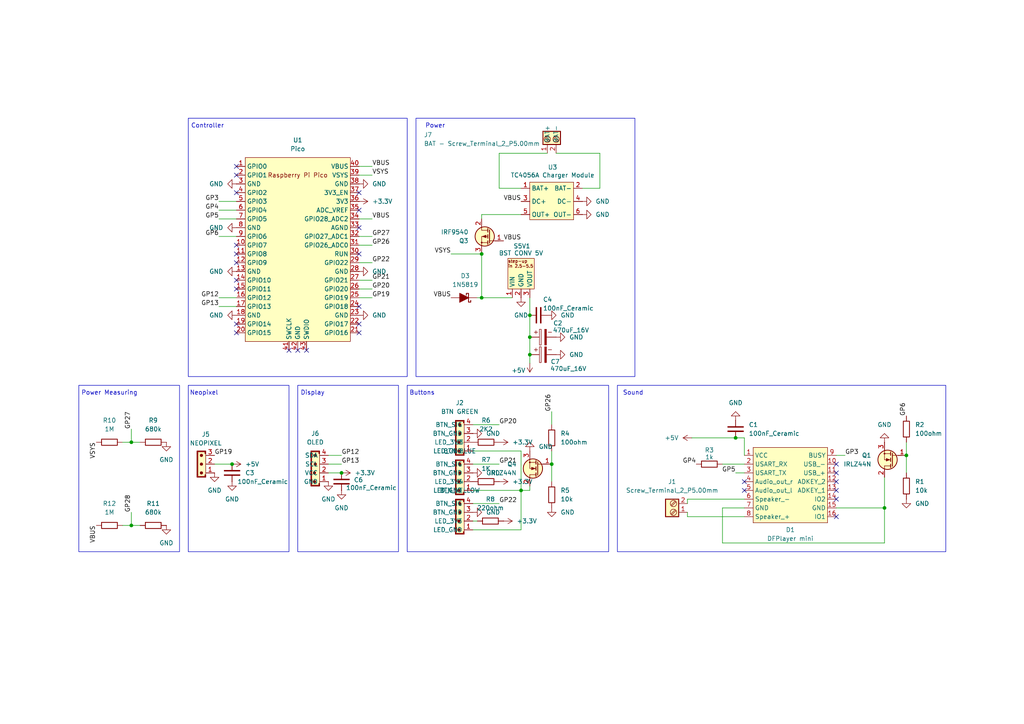
<source format=kicad_sch>
(kicad_sch (version 20250114) (generator "eeschema") (generator_version "9.0")
  (paper "A4")
  (lib_symbols
    (symbol "JST_04_1"
      (property "Reference" "J6" (at 0 -10.16 0))
      (property "Value" "JST_04" (at 0 -7.62 0))
      (symbol "JST_04_1_0_1"
        (rectangle (start -1.27 5.334) (end 1.27 -4.826) (fill (type background)))
        (polyline (pts (xy -1.27 -4.064) (xy -1.27 -4.826) (xy 1.27 -4.826) (xy 1.27 -4.064) (xy 1.016 -4.064) (xy 1.016 -4.572) (xy -1.016 -4.572) (xy -1.016 -4.064) (xy -1.27 -4.064)) (fill (type outline)))
        (circle (center 0 -1.016) (radius 0.381) (fill (type outline)))
        (circle (center 0 -3.556) (radius 0.381) (fill (type outline)))
        (circle (center 0.254 4.064) (radius 0.381) (fill (type outline)))
        (circle (center 0.254 1.524) (radius 0.381) (fill (type outline)))
        (rectangle (start 1.016 4.572) (end 1.27 -4.064) (fill (type outline)))
        (polyline (pts (xy 1.27 4.572) (xy 1.27 5.334) (xy -1.27 5.334) (xy -1.27 4.572) (xy -1.016 4.572) (xy -1.016 5.08) (xy 1.016 5.08) (xy 1.016 4.572) (xy 1.27 4.572)) (fill (type outline)))
      )
      (symbol "JST_04_1_1_1"
        (pin passive line (at -3.81 4.064 0) (length 2.54) (name "GND") (number "1"))
        (pin passive line (at -3.81 1.524 0) (length 2.54) (name "VCC") (number "2"))
        (pin passive line (at -3.81 -1.016 0) (length 2.54) (name "SCL") (number "3"))
        (pin passive line (at -3.81 -3.556 0) (length 2.54) (name "SDA") (number "4"))
      )
    )
    (symbol "JST_04_2"
      (property "Reference" "J2" (at 0 -9.906 0))
      (property "Value" "JST_04" (at 0 -7.366 0))
      (symbol "JST_04_2_0_1"
        (rectangle (start -1.27 5.334) (end 1.27 -4.826) (fill (type background)))
        (polyline (pts (xy -1.27 -4.064) (xy -1.27 -4.826) (xy 1.27 -4.826) (xy 1.27 -4.064) (xy 1.016 -4.064) (xy 1.016 -4.572) (xy -1.016 -4.572) (xy -1.016 -4.064) (xy -1.27 -4.064)) (fill (type outline)))
        (circle (center 0 -1.016) (radius 0.381) (fill (type outline)))
        (circle (center 0 -3.556) (radius 0.381) (fill (type outline)))
        (circle (center 0.254 4.064) (radius 0.381) (fill (type outline)))
        (circle (center 0.254 1.524) (radius 0.381) (fill (type outline)))
        (rectangle (start 1.016 4.572) (end 1.27 -4.064) (fill (type outline)))
        (polyline (pts (xy 1.27 4.572) (xy 1.27 5.334) (xy -1.27 5.334) (xy -1.27 4.572) (xy -1.016 4.572) (xy -1.016 5.08) (xy 1.016 5.08) (xy 1.016 4.572) (xy 1.27 4.572)) (fill (type outline)))
      )
      (symbol "JST_04_2_1_1"
        (pin passive line (at -3.81 4.064 0) (length 2.54) (name "LED_GND") (number "1"))
        (pin passive line (at -3.81 1.524 0) (length 2.54) (name "LED_3V3") (number "2"))
        (pin passive line (at -3.81 -1.016 0) (length 2.54) (name "BTN_GND") (number "3"))
        (pin passive line (at -3.81 -3.556 0) (length 2.54) (name "BTN_SIG") (number "4"))
      )
    )
    (symbol "PCM_Diode_Schottky_AKL:1N5819" (pin_numbers (hide yes)) (pin_names (offset 1.016) (hide yes))
      (property "Reference" "D" (at 0 5.08 0))
      (property "Value" "1N5819" (at 0 2.54 0))
      (symbol "1N5819_0_1"
        (polyline (pts (xy -1.27 0) (xy 1.27 0)))
        (polyline (pts (xy -1.27 -1.27) (xy -1.27 1.27) (xy 1.27 0) (xy -1.27 -1.27)) (stroke (width 0.254)) (fill (type outline)))
        (polyline (pts (xy 1.905 -0.762) (xy 1.905 -1.27) (xy 1.27 -1.27) (xy 1.27 1.27) (xy 0.635 1.27) (xy 0.635 0.762)) (stroke (width 0.254)))
      )
      (symbol "1N5819_0_2"
        (polyline (pts (xy -2.54 -2.54) (xy 2.54 2.54)))
        (polyline (pts (xy -0.889 -0.889) (xy -1.778 0) (xy 0.889 0.889) (xy 0 -1.778) (xy -0.889 -0.889)) (stroke (width 0.254)) (fill (type outline)))
        (polyline (pts (xy 0 1.778) (xy 1.778 0)) (stroke (width 0.254)))
        (polyline (pts (xy 0 1.778) (xy -0.381 1.397) (xy 0 1.016)) (stroke (width 0.254)))
        (polyline (pts (xy 1.778 0) (xy 2.159 0.381) (xy 1.778 0.762)) (stroke (width 0.254)))
      )
      (symbol "1N5819_1_1"
        (pin passive line (at -3.81 0 0) (length 2.54) (name "A") (number "2"))
        (pin passive line (at 3.81 0 180) (length 2.54) (name "K") (number "1"))
      )
      (symbol "1N5819_1_2"
        (pin passive line (at -2.54 -2.54 0) (length 0) (name "A") (number "2"))
        (pin passive line (at 2.54 2.54 180) (length 0) (name "K") (number "1"))
      )
    )
    (symbol "PCM_SL_Capacitors:100nF_Ceramic"
      (property "Reference" "C" (at 0 6.35 0))
      (property "Value" "100nF_Ceramic" (at 0 3.81 0))
      (symbol "100nF_Ceramic_0_1"
        (rectangle (start -0.762 2.286) (end -0.508 -2.286) (fill (type outline)))
        (rectangle (start 0.508 2.286) (end 0.762 -2.286) (fill (type outline)))
      )
      (symbol "100nF_Ceramic_1_1"
        (pin passive line (at -2.54 0 0) (length 2) (name "~") (number "1"))
        (pin input line (at 2.54 0 180) (length 2) (name "~") (number "2"))
      )
    )
    (symbol "PCM_SL_Capacitors:470uF_16V"
      (property "Reference" "C" (at 0 7.62 0))
      (property "Value" "470uF_16V" (at 0 5.08 0))
      (symbol "470uF_16V_0_0"
        (text "+" (at -2.032 1.524 0) (effects (font (size 1.27 1.27))))
        (text "-" (at 2.032 1.524 0) (effects (font (size 1.27 1.27))))
      )
      (symbol "470uF_16V_0_1"
        (rectangle (start -1.016 -2.286) (end -0.508 2.286))
        (rectangle (start 0.508 -2.286) (end 1.016 2.286) (fill (type outline)))
      )
      (symbol "470uF_16V_1_1"
        (pin passive line (at -3.81 0 0) (length 2.7) (name "~") (number "1"))
        (pin input line (at 3.81 0 180) (length 2.7) (name "~") (number "2"))
      )
    )
    (symbol "PCM_SL_Connectors:JST_03"
      (property "Reference" "J" (at 0 8.89 0))
      (property "Value" "JST_03" (at 0 6.35 0))
      (symbol "JST_03_0_1"
        (rectangle (start -1.27 3.81) (end 1.27 -3.81) (fill (type background)))
        (polyline (pts (xy -1.27 -3.048) (xy -1.27 -3.81) (xy 1.27 -3.81) (xy 1.27 -3.048) (xy 1.016 -3.048) (xy 1.016 -3.556) (xy -1.016 -3.556) (xy -1.016 -3.048) (xy -1.27 -3.048)) (fill (type outline)))
        (circle (center 0 2.54) (radius 0.381) (fill (type outline)))
        (circle (center 0 0) (radius 0.381) (fill (type outline)))
        (circle (center 0 -2.54) (radius 0.381) (fill (type outline)))
        (rectangle (start 1.016 3.048) (end 1.27 -3.048) (fill (type outline)))
        (polyline (pts (xy 1.27 3.048) (xy 1.27 3.81) (xy -1.27 3.81) (xy -1.27 3.048) (xy -1.016 3.048) (xy -1.016 3.556) (xy 1.016 3.556) (xy 1.016 3.048) (xy 1.27 3.048)) (fill (type outline)))
      )
      (symbol "JST_03_1_1"
        (pin passive line (at -3.81 2.54 0) (length 2.54) (name "") (number "1"))
        (pin passive line (at -3.81 0 0) (length 2.54) (name "") (number "2"))
        (pin passive line (at -3.81 -2.54 0) (length 2.54) (name "") (number "3"))
      )
    )
    (symbol "PCM_SL_Resistors:100ohm"
      (property "Reference" "R" (at 0 5.08 0))
      (property "Value" "100ohm" (at 0 2.54 0))
      (symbol "100ohm_0_1"
        (rectangle (start -2.286 0.889) (end 2.286 -0.889) (stroke (width 0.24)))
      )
      (symbol "100ohm_1_1"
        (pin passive line (at -3.81 0 0) (length 1.5) (name "") (number "1"))
        (pin passive line (at 3.81 0 180) (length 1.5) (name "~") (number "2"))
      )
    )
    (symbol "PCM_SL_Resistors:10k"
      (property "Reference" "R" (at 0 5.08 0))
      (property "Value" "10k" (at 0 2.54 0))
      (symbol "10k_0_1"
        (rectangle (start -2.286 0.889) (end 2.286 -0.889) (stroke (width 0.24)))
      )
      (symbol "10k_1_1"
        (pin passive line (at -3.81 0 0) (length 1.5) (name "") (number "1"))
        (pin passive line (at 3.81 0 180) (length 1.5) (name "~") (number "2"))
      )
    )
    (symbol "PCM_SL_Resistors:1M"
      (property "Reference" "R" (at 0 5.08 0))
      (property "Value" "1M" (at 0 2.54 0))
      (symbol "1M_0_1"
        (rectangle (start -2.286 0.889) (end 2.286 -0.889) (stroke (width 0.24)))
      )
      (symbol "1M_1_1"
        (pin passive line (at -3.81 0 0) (length 1.5) (name "") (number "1"))
        (pin passive line (at 3.81 0 180) (length 1.5) (name "~") (number "2"))
      )
    )
    (symbol "PCM_SL_Resistors:1k"
      (property "Reference" "R" (at 0 5.08 0))
      (property "Value" "1k" (at 0 2.54 0))
      (symbol "1k_0_1"
        (rectangle (start -2.286 0.889) (end 2.286 -0.889) (stroke (width 0.24)))
      )
      (symbol "1k_1_1"
        (pin passive line (at -3.81 0 0) (length 1.5) (name "") (number "1"))
        (pin passive line (at 3.81 0 180) (length 1.5) (name "~") (number "2"))
      )
    )
    (symbol "PCM_SL_Resistors:330ohm"
      (property "Reference" "R" (at 0 5.08 0))
      (property "Value" "330ohm" (at 0 2.54 0))
      (symbol "330ohm_0_1"
        (rectangle (start -2.286 0.889) (end 2.286 -0.889) (stroke (width 0.24)))
      )
      (symbol "330ohm_1_1"
        (pin passive line (at -3.81 0 0) (length 1.5) (name "") (number "1"))
        (pin passive line (at 3.81 0 180) (length 1.5) (name "~") (number "2"))
      )
    )
    (symbol "PCM_SL_Resistors:680k"
      (property "Reference" "R" (at 0 5.08 0))
      (property "Value" "680k" (at 0 2.54 0))
      (symbol "680k_0_1"
        (rectangle (start -2.286 0.889) (end 2.286 -0.889) (stroke (width 0.24)))
      )
      (symbol "680k_1_1"
        (pin passive line (at -3.81 0 0) (length 1.5) (name "") (number "1"))
        (pin passive line (at 3.81 0 180) (length 1.5) (name "~") (number "2"))
      )
    )
    (symbol "PCM_SL_Screw_Terminal:Screw_Terminal_2_P5.00mm"
      (property "Reference" "J" (at 0 3.81 0))
      (property "Value" "Screw_Terminal_2_P5.00mm" (at 0 -3.81 0))
      (symbol "Screw_Terminal_2_P5.00mm_0_1"
        (rectangle (start -1.27 2.54) (end 2.54 -2.54) (stroke (width 0.3)) (fill (type background)))
        (polyline (pts (xy -0.254 0.508) (xy 1.016 1.778)))
        (polyline (pts (xy -0.254 -2.032) (xy 1.016 -0.762)))
        (polyline (pts (xy 0 1.27) (xy -0.508 0.762) (xy 0.762 2.032)))
        (polyline (pts (xy 0 -1.27) (xy -0.508 -1.778) (xy 0.762 -0.508)))
        (circle (center 0.254 1.27) (radius 0.9158))
        (circle (center 0.254 -1.27) (radius 0.9158))
      )
      (symbol "Screw_Terminal_2_P5.00mm_1_1"
        (pin passive line (at -3.81 1.27 0) (length 2.54) (name "") (number "1"))
        (pin passive line (at -3.81 -1.27 0) (length 2.54) (name "") (number "2"))
      )
    )
    (symbol "PCM_Transistor_MOSFET_AKL:IRF9540" (pin_names (hide yes))
      (property "Reference" "Q" (at 5.08 1.27 0))
      (property "Value" "IRF9540" (at 5.08 -1.27 0))
      (symbol "IRF9540_0_1"
        (polyline (pts (xy 0.254 1.27) (xy -2.54 1.27)))
        (polyline (pts (xy 0.254 -1.905) (xy 0.254 1.905)) (stroke (width 0.254)))
        (polyline (pts (xy 0.762 1.778) (xy 2.54 1.778)))
        (polyline (pts (xy 0.762 1.27) (xy 0.762 2.286)) (stroke (width 0.254)))
        (polyline (pts (xy 0.762 -0.508) (xy 0.762 0.508)) (stroke (width 0.254)))
        (polyline (pts (xy 0.762 -1.778) (xy 2.54 -1.778)))
        (polyline (pts (xy 0.762 -2.286) (xy 0.762 -1.27)) (stroke (width 0.254)))
        (polyline (pts (xy 2.286 0) (xy 1.27 -0.381) (xy 1.27 0.381) (xy 2.286 0)) (fill (type outline)))
        (polyline (pts (xy 2.54 2.54) (xy 2.54 0) (xy 0.762 0)))
        (polyline (pts (xy 2.54 -2.54) (xy 2.54 -1.778)))
      )
      (symbol "IRF9540_1_1"
        (circle (center 1.651 0) (radius 2.794) (stroke (width 0.254)) (fill (type background)))
        (circle (center 2.54 1.778) (radius 0.1778) (fill (type outline)))
        (pin input line (at -3.81 1.27 0) (length 2.54) (name "G") (number "1"))
        (pin passive line (at 2.54 5.08 270) (length 2.54) (name "S") (number "3"))
        (pin passive line (at 2.54 -5.08 90) (length 2.54) (name "D") (number "2"))
      )
    )
    (symbol "PCM_Transistor_MOSFET_AKL:IRLZ44N" (pin_names (hide yes))
      (property "Reference" "Q" (at 5.08 1.27 0))
      (property "Value" "IRLZ44N" (at 5.08 -1.27 0))
      (symbol "IRLZ44N_0_1"
        (polyline (pts (xy 0.254 1.905) (xy 0.254 -1.905)) (stroke (width 0.254)))
        (polyline (pts (xy 0.254 -1.27) (xy -2.54 -1.27)))
        (polyline (pts (xy 0.762 2.286) (xy 0.762 1.27)) (stroke (width 0.254)))
        (polyline (pts (xy 0.762 0.508) (xy 0.762 -0.508)) (stroke (width 0.254)))
        (polyline (pts (xy 0.762 -1.27) (xy 0.762 -2.286)) (stroke (width 0.254)))
        (polyline (pts (xy 0.762 -1.778) (xy 2.54 -1.778)))
        (polyline (pts (xy 1.016 0) (xy 2.032 0.381) (xy 2.032 -0.381) (xy 1.016 0)) (fill (type outline)))
        (circle (center 1.651 0) (radius 2.794) (stroke (width 0.254)) (fill (type background)))
        (polyline (pts (xy 2.54 2.54) (xy 2.54 1.778)))
        (polyline (pts (xy 2.54 1.778) (xy 0.762 1.778)))
        (circle (center 2.54 -1.778) (radius 0.1778) (fill (type outline)))
        (polyline (pts (xy 2.54 -2.54) (xy 2.54 0) (xy 0.762 0)))
      )
      (symbol "IRLZ44N_1_1"
        (pin input line (at -3.81 -1.27 0) (length 2.54) (name "G") (number "1"))
        (pin passive line (at 2.54 5.08 270) (length 2.54) (name "D") (number "2"))
        (pin passive line (at 2.54 -5.08 90) (length 2.54) (name "S") (number "3"))
      )
    )
    (symbol "Pico:Pico"
      (property "Reference" "U" (at -13.97 27.94 0))
      (property "Value" "Pico" (at 0 19.05 0))
      (symbol "Pico_0_0"
        (text "Raspberry Pi Pico" (at 0 21.59 0) (effects (font (size 1.27 1.27))))
      )
      (symbol "Pico_0_1"
        (rectangle (start -15.24 26.67) (end 15.24 -26.67) (fill (type background)))
      )
      (symbol "Pico_1_1"
        (pin bidirectional line (at -17.78 24.13 0) (length 2.54) (name "GPIO0") (number "1"))
        (pin bidirectional line (at -17.78 21.59 0) (length 2.54) (name "GPIO1") (number "2"))
        (pin power_in line (at -17.78 19.05 0) (length 2.54) (name "GND") (number "3"))
        (pin bidirectional line (at -17.78 16.51 0) (length 2.54) (name "GPIO2") (number "4"))
        (pin bidirectional line (at -17.78 13.97 0) (length 2.54) (name "GPIO3") (number "5"))
        (pin bidirectional line (at -17.78 11.43 0) (length 2.54) (name "GPIO4") (number "6"))
        (pin bidirectional line (at -17.78 8.89 0) (length 2.54) (name "GPIO5") (number "7"))
        (pin power_in line (at -17.78 6.35 0) (length 2.54) (name "GND") (number "8"))
        (pin bidirectional line (at -17.78 3.81 0) (length 2.54) (name "GPIO6") (number "9"))
        (pin bidirectional line (at -17.78 1.27 0) (length 2.54) (name "GPIO7") (number "10"))
        (pin bidirectional line (at -17.78 -1.27 0) (length 2.54) (name "GPIO8") (number "11"))
        (pin bidirectional line (at -17.78 -3.81 0) (length 2.54) (name "GPIO9") (number "12"))
        (pin power_in line (at -17.78 -6.35 0) (length 2.54) (name "GND") (number "13"))
        (pin bidirectional line (at -17.78 -8.89 0) (length 2.54) (name "GPIO10") (number "14"))
        (pin bidirectional line (at -17.78 -11.43 0) (length 2.54) (name "GPIO11") (number "15"))
        (pin bidirectional line (at -17.78 -13.97 0) (length 2.54) (name "GPIO12") (number "16"))
        (pin bidirectional line (at -17.78 -16.51 0) (length 2.54) (name "GPIO13") (number "17"))
        (pin power_in line (at -17.78 -19.05 0) (length 2.54) (name "GND") (number "18"))
        (pin bidirectional line (at -17.78 -21.59 0) (length 2.54) (name "GPIO14") (number "19"))
        (pin bidirectional line (at -17.78 -24.13 0) (length 2.54) (name "GPIO15") (number "20"))
        (pin input line (at -2.54 -29.21 90) (length 2.54) (name "SWCLK") (number "41"))
        (pin power_in line (at 0 -29.21 90) (length 2.54) (name "GND") (number "42"))
        (pin bidirectional line (at 2.54 -29.21 90) (length 2.54) (name "SWDIO") (number "43"))
        (pin power_out line (at 17.78 24.13 180) (length 2.54) (name "VBUS") (number "40"))
        (pin power_in line (at 17.78 21.59 180) (length 2.54) (name "VSYS") (number "39"))
        (pin passive line (at 17.78 19.05 180) (length 2.54) (name "GND") (number "38"))
        (pin input line (at 17.78 16.51 180) (length 2.54) (name "3V3_EN") (number "37"))
        (pin power_out line (at 17.78 13.97 180) (length 2.54) (name "3V3") (number "36"))
        (pin power_in line (at 17.78 11.43 180) (length 2.54) (name "ADC_VREF") (number "35"))
        (pin bidirectional line (at 17.78 8.89 180) (length 2.54) (name "GPIO28_ADC2") (number "34"))
        (pin power_in line (at 17.78 6.35 180) (length 2.54) (name "AGND") (number "33"))
        (pin bidirectional line (at 17.78 3.81 180) (length 2.54) (name "GPIO27_ADC1") (number "32"))
        (pin bidirectional line (at 17.78 1.27 180) (length 2.54) (name "GPIO26_ADC0") (number "31"))
        (pin input line (at 17.78 -1.27 180) (length 2.54) (name "RUN") (number "30"))
        (pin bidirectional line (at 17.78 -3.81 180) (length 2.54) (name "GPIO22") (number "29"))
        (pin power_in line (at 17.78 -6.35 180) (length 2.54) (name "GND") (number "28"))
        (pin bidirectional line (at 17.78 -8.89 180) (length 2.54) (name "GPIO21") (number "27"))
        (pin bidirectional line (at 17.78 -11.43 180) (length 2.54) (name "GPIO20") (number "26"))
        (pin bidirectional line (at 17.78 -13.97 180) (length 2.54) (name "GPIO19") (number "25"))
        (pin bidirectional line (at 17.78 -16.51 180) (length 2.54) (name "GPIO18") (number "24"))
        (pin power_in line (at 17.78 -19.05 180) (length 2.54) (name "GND") (number "23"))
        (pin bidirectional line (at 17.78 -21.59 180) (length 2.54) (name "GPIO17") (number "22"))
        (pin bidirectional line (at 17.78 -24.13 180) (length 2.54) (name "GPIO16") (number "21"))
      )
    )
    (symbol "Screw_Terminal_2_P5.00mm_1"
      (property "Reference" "J7" (at 0.635 -7.62 0))
      (property "Value" "BAT - Screw_Terminal_2_P5.00mm" (at 0.635 -5.08 0))
      (symbol "Screw_Terminal_2_P5.00mm_1_0_1"
        (rectangle (start -1.27 2.54) (end 2.54 -2.54) (stroke (width 0.3)) (fill (type background)))
        (polyline (pts (xy -0.254 0.508) (xy 1.016 1.778)))
        (polyline (pts (xy -0.254 -2.032) (xy 1.016 -0.762)))
        (polyline (pts (xy 0 1.27) (xy -0.508 0.762) (xy 0.762 2.032)))
        (polyline (pts (xy 0 -1.27) (xy -0.508 -1.778) (xy 0.762 -0.508)))
        (circle (center 0.254 1.27) (radius 0.9158))
        (circle (center 0.254 -1.27) (radius 0.9158))
      )
      (symbol "Screw_Terminal_2_P5.00mm_1_1_1"
        (pin power_in line (at -3.81 1.27 0) (length 2.54) (name "BAT+") (number "1"))
        (pin power_in line (at -3.81 -1.27 0) (length 2.54) (name "BAT-") (number "2"))
      )
    )
    (symbol "common-hobby-things:DFPlayer_mini"
      (property "Reference" "D" (at 0 0 0))
      (property "Value" "DFPlayer mini" (at 0 0 0))
      (symbol "DFPlayer_mini_1_1"
        (rectangle (start -11.43 -1.524) (end 10.16 -23.368) (fill (type background)))
        (pin power_in line (at -13.97 -3.81 0) (length 2.54) (name "VCC") (number "1"))
        (pin input line (at -13.97 -6.35 0) (length 2.54) (name "USART_RX") (number "2"))
        (pin output line (at -13.97 -8.89 0) (length 2.54) (name "USART_TX") (number "3"))
        (pin output line (at -13.97 -11.43 0) (length 2.54) (name "Audio_out_r") (number "4"))
        (pin output line (at -13.97 -13.97 0) (length 2.54) (name "Audio_out_l") (number "5"))
        (pin output line (at -13.97 -16.51 0) (length 2.54) (name "Speaker_-") (number "6"))
        (pin passive line (at -13.97 -19.05 0) (length 2.54) (name "GND") (number "7"))
        (pin output line (at -13.97 -21.59 0) (length 2.54) (name "Speaker_+") (number "8"))
        (pin output line (at 12.7 -3.81 180) (length 2.54) (name "BUSY") (number "9"))
        (pin passive line (at 12.7 -6.35 180) (length 2.54) (name "USB_-") (number "10"))
        (pin passive line (at 12.7 -8.89 180) (length 2.54) (name "USB_+") (number "11"))
        (pin passive line (at 12.7 -11.43 180) (length 2.54) (name "ADKEY_2") (number "12"))
        (pin passive line (at 12.7 -13.97 180) (length 2.54) (name "ADKEY_1") (number "13"))
        (pin passive line (at 12.7 -16.51 180) (length 2.54) (name "IO2") (number "14"))
        (pin passive line (at 12.7 -19.05 180) (length 2.54) (name "GND") (number "15"))
        (pin passive line (at 12.7 -21.59 180) (length 2.54) (name "IO1") (number "16"))
      )
    )
    (symbol "common-hobby-things:TC4056A_Charger_Module"
      (property "Reference" "U" (at 0 1.27 0))
      (property "Value" "TC4056A Charger Module" (at 0.254 -0.508 0))
      (symbol "TC4056A_Charger_Module_1_1"
        (rectangle (start -6.35 -2.032) (end 6.35 -12.954) (fill (type background)))
        (pin power_in line (at -8.89 -3.81 0) (length 2.54) (name "BAT+") (number "1"))
        (pin power_in line (at -8.89 -7.62 0) (length 2.54) (name "DC+") (number "3"))
        (pin power_out line (at -8.89 -11.43 0) (length 2.54) (name "OUT+") (number "5"))
        (pin power_in line (at 8.89 -3.81 180) (length 2.54) (name "BAT-") (number "2"))
        (pin power_in line (at 8.89 -7.62 180) (length 2.54) (name "DC-") (number "4"))
        (pin power_out line (at 8.89 -11.43 180) (length 2.54) (name "OUT-") (number "6"))
      )
    )
    (symbol "common-hobby-things:step-up-converter_5V"
      (property "Reference" "S5V" (at 0 0 0))
      (symbol "step-up-converter_5V_0_1"
        (rectangle (start -3.81 -1.27) (end 5.08 -8.89) (fill (type background)))
      )
      (symbol "step-up-converter_5V_1_1"
        (text "step-up\nin 2.5-5.5" (at -2.286 -8.89 900) (effects (font (size 0.889 0.889)) (justify left)))
        (pin power_out line (at 7.62 -2.54 180) (length 2.54) (name "VOUT") (number "3"))
        (pin passive line (at 7.62 -5.08 180) (length 2.54) (name "GND") (number "2"))
        (pin power_in line (at 7.62 -7.62 180) (length 2.54) (name "VIN") (number "1"))
      )
    )
    (symbol "power:+3.3V" (power) (pin_numbers (hide yes)) (pin_names (offset 0) (hide yes))
      (property "Value" "+3.3V" (at 0 3.556 0))
      (symbol "+3.3V_0_1"
        (polyline (pts (xy -0.762 1.27) (xy 0 2.54)))
        (polyline (pts (xy 0 2.54) (xy 0.762 1.27)))
        (polyline (pts (xy 0 0) (xy 0 2.54)))
      )
      (symbol "+3.3V_1_1"
        (pin power_in line (at 0 0 90) (length 0) (name "~") (number "1"))
      )
    )
    (symbol "power:+5V" (power) (pin_numbers (hide yes)) (pin_names (offset 0) (hide yes))
      (property "Value" "+5V" (at 0 3.556 0))
      (symbol "+5V_0_1"
        (polyline (pts (xy -0.762 1.27) (xy 0 2.54)))
        (polyline (pts (xy 0 2.54) (xy 0.762 1.27)))
        (polyline (pts (xy 0 0) (xy 0 2.54)))
      )
      (symbol "+5V_1_1"
        (pin power_in line (at 0 0 90) (length 0) (name "~") (number "1"))
      )
    )
    (symbol "power:GND" (power) (pin_numbers (hide yes)) (pin_names (offset 0) (hide yes))
      (property "Value" "GND" (at 0 -3.81 0))
      (symbol "GND_0_1"
        (polyline (pts (xy 0 0) (xy 0 -1.27) (xy 1.27 -1.27) (xy 0 -2.54) (xy -1.27 -1.27) (xy 0 -1.27)))
      )
      (symbol "GND_1_1"
        (pin power_in line (at 0 0 270) (length 0) (name "~") (number "1"))
      )
    )
  )
  (rectangle (start 179.07 111.76) (end 274.32 160.02))
  (rectangle (start 86.36 111.76) (end 115.57 160.02))
  (rectangle (start 54.61 111.76) (end 83.82 160.02))
  (rectangle (start 120.65 34.29) (end 184.15 109.22))
  (rectangle (start 22.86 111.76) (end 52.07 160.02))
  (rectangle (start 118.11 111.76) (end 176.53 160.02))
  (rectangle (start 54.61 34.29) (end 118.11 109.22))
  (text "Power Measuring" (at 31.75 114.046 0) (effects (font (size 1.27 1.27))))
  (text "Display" (at 90.678 114.046 0) (effects (font (size 1.27 1.27))))
  (text "Neopixel" (at 59.182 114.046 0) (effects (font (size 1.27 1.27))))
  (text "Sound" (at 183.642 114.046 0) (effects (font (size 1.27 1.27))))
  (text "Buttons" (at 122.428 114.046 0) (effects (font (size 1.27 1.27))))
  (text "Power" (at 126.238 36.576 0) (effects (font (size 1.27 1.27))))
  (text "Controller" (at 60.198 36.576 0) (effects (font (size 1.27 1.27))))
  (junction (at 38.1 128.27))
  (junction (at 153.67 102.87))
  (junction (at 160.02 134.62))
  (junction (at 213.36 127))
  (junction (at 139.7 73.66))
  (junction (at 67.31 134.62))
  (junction (at 153.67 97.79))
  (junction (at 262.89 132.08))
  (junction (at 153.67 91.44))
  (junction (at 151.13 142.24))
  (junction (at 38.1 152.4))
  (junction (at 99.06 137.16))
  (junction (at 139.7 86.36))
  (junction (at 256.54 147.32))
  (no_connect (at 68.58 55.88))
  (no_connect (at 68.58 76.2))
  (no_connect (at 104.14 96.52))
  (no_connect (at 68.58 71.12))
  (no_connect (at 68.58 83.82))
  (no_connect (at 242.57 137.16))
  (no_connect (at 104.14 93.98))
  (no_connect (at 104.14 60.96))
  (no_connect (at 104.14 88.9))
  (no_connect (at 68.58 81.28))
  (no_connect (at 242.57 144.78))
  (no_connect (at 83.82 101.6))
  (no_connect (at 88.9 101.6))
  (no_connect (at 104.14 55.88))
  (no_connect (at 68.58 48.26))
  (no_connect (at 104.14 66.04))
  (no_connect (at 215.9 139.7))
  (no_connect (at 215.9 142.24))
  (no_connect (at 242.57 134.62))
  (no_connect (at 86.36 101.6))
  (no_connect (at 242.57 139.7))
  (no_connect (at 242.57 142.24))
  (no_connect (at 68.58 73.66))
  (no_connect (at 68.58 96.52))
  (no_connect (at 242.57 149.86))
  (no_connect (at 68.58 93.98))
  (no_connect (at 68.58 50.8))
  (no_connect (at 104.14 73.66))
  (wire (pts (xy 144.78 123.19) (xy 137.16 123.19)))
  (wire (pts (xy 173.99 44.45) (xy 173.99 54.61)))
  (wire (pts (xy 104.14 71.12) (xy 107.95 71.12)))
  (wire (pts (xy 200.66 127) (xy 213.36 127)))
  (wire (pts (xy 62.23 134.62) (xy 67.31 134.62)))
  (wire (pts (xy 63.5 86.36) (xy 68.58 86.36)))
  (wire (pts (xy 104.14 86.36) (xy 107.95 86.36)))
  (wire (pts (xy 137.16 151.13) (xy 138.43 151.13)))
  (wire (pts (xy 104.14 81.28) (xy 107.95 81.28)))
  (wire (pts (xy 215.9 144.78) (xy 199.39 144.78)))
  (wire (pts (xy 158.75 44.45) (xy 144.78 44.45)))
  (wire (pts (xy 256.54 147.32) (xy 256.54 138.43)))
  (wire (pts (xy 160.02 134.62) (xy 160.02 139.7)))
  (wire (pts (xy 139.7 62.23) (xy 151.13 62.23)))
  (wire (pts (xy 139.7 73.66) (xy 139.7 86.36)))
  (wire (pts (xy 160.02 130.81) (xy 160.02 134.62)))
  (wire (pts (xy 137.16 134.62) (xy 144.78 134.62)))
  (wire (pts (xy 242.57 147.32) (xy 256.54 147.32)))
  (wire (pts (xy 153.67 140.97) (xy 153.67 142.24)))
  (wire (pts (xy 153.67 102.87) (xy 153.67 105.41)))
  (wire (pts (xy 151.13 153.67) (xy 151.13 142.24)))
  (wire (pts (xy 95.25 134.62) (xy 99.06 134.62)))
  (wire (pts (xy 63.5 68.58) (xy 68.58 68.58)))
  (wire (pts (xy 137.16 142.24) (xy 151.13 142.24)))
  (wire (pts (xy 63.5 88.9) (xy 68.58 88.9)))
  (wire (pts (xy 137.16 153.67) (xy 151.13 153.67)))
  (wire (pts (xy 153.67 102.87) (xy 153.67 97.79)))
  (wire (pts (xy 144.78 54.61) (xy 151.13 54.61)))
  (wire (pts (xy 209.55 147.32) (xy 209.55 157.48)))
  (wire (pts (xy 153.67 86.36) (xy 153.67 91.44)))
  (wire (pts (xy 137.16 130.81) (xy 151.13 130.81)))
  (wire (pts (xy 160.02 119.38) (xy 160.02 123.19)))
  (wire (pts (xy 104.14 76.2) (xy 107.95 76.2)))
  (wire (pts (xy 130.81 73.66) (xy 139.7 73.66)))
  (wire (pts (xy 38.1 128.27) (xy 40.64 128.27)))
  (wire (pts (xy 138.43 86.36) (xy 139.7 86.36)))
  (wire (pts (xy 38.1 148.59) (xy 38.1 152.4)))
  (wire (pts (xy 38.1 152.4) (xy 40.64 152.4)))
  (wire (pts (xy 262.89 132.08) (xy 262.89 137.16)))
  (wire (pts (xy 213.36 127) (xy 215.9 127)))
  (wire (pts (xy 199.39 149.86) (xy 199.39 148.59)))
  (wire (pts (xy 215.9 149.86) (xy 199.39 149.86)))
  (wire (pts (xy 209.55 134.62) (xy 215.9 134.62)))
  (wire (pts (xy 63.5 63.5) (xy 68.58 63.5)))
  (wire (pts (xy 256.54 157.48) (xy 256.54 147.32)))
  (wire (pts (xy 209.55 157.48) (xy 256.54 157.48)))
  (wire (pts (xy 104.14 50.8) (xy 107.95 50.8)))
  (wire (pts (xy 161.29 44.45) (xy 173.99 44.45)))
  (wire (pts (xy 153.67 142.24) (xy 151.13 142.24)))
  (wire (pts (xy 215.9 147.32) (xy 209.55 147.32)))
  (wire (pts (xy 139.7 86.36) (xy 148.59 86.36)))
  (wire (pts (xy 262.89 128.27) (xy 262.89 132.08)))
  (wire (pts (xy 144.78 44.45) (xy 144.78 54.61)))
  (wire (pts (xy 104.14 68.58) (xy 107.95 68.58)))
  (wire (pts (xy 153.67 91.44) (xy 153.67 97.79)))
  (wire (pts (xy 104.14 63.5) (xy 107.95 63.5)))
  (wire (pts (xy 213.36 137.16) (xy 215.9 137.16)))
  (wire (pts (xy 215.9 132.08) (xy 215.9 127)))
  (wire (pts (xy 63.5 60.96) (xy 68.58 60.96)))
  (wire (pts (xy 242.57 132.08) (xy 245.11 132.08)))
  (wire (pts (xy 38.1 124.46) (xy 38.1 128.27)))
  (wire (pts (xy 63.5 58.42) (xy 68.58 58.42)))
  (wire (pts (xy 95.25 137.16) (xy 99.06 137.16)))
  (wire (pts (xy 104.14 83.82) (xy 107.95 83.82)))
  (wire (pts (xy 173.99 54.61) (xy 168.91 54.61)))
  (wire (pts (xy 35.56 128.27) (xy 38.1 128.27)))
  (wire (pts (xy 199.39 146.05) (xy 199.39 144.78)))
  (wire (pts (xy 35.56 152.4) (xy 38.1 152.4)))
  (wire (pts (xy 107.95 48.26) (xy 104.14 48.26)))
  (wire (pts (xy 139.7 62.23) (xy 139.7 63.5)))
  (wire (pts (xy 95.25 132.08) (xy 99.06 132.08)))
  (wire (pts (xy 151.13 130.81) (xy 151.13 142.24)))
  (wire (pts (xy 137.16 146.05) (xy 144.78 146.05)))
  (label "GP26" (at 160.02 119.38 90))
  (label "GP19" (at 62.23 132.08 0))
  (label "GP4" (at 201.93 134.62 180))
  (label "VSYS" (at 130.81 73.66 180))
  (label "GP3" (at 245.11 132.08 0))
  (label "GP6" (at 262.89 120.65 90))
  (label "GP20" (at 144.78 123.19 0))
  (label "GP5" (at 213.36 137.16 180))
  (label "GP13" (at 99.06 134.62 0))
  (label "VBUS" (at 27.94 152.4 270))
  (label "GP5" (at 63.5 63.5 180))
  (label "GP3" (at 63.5 58.42 180))
  (label "GP6" (at 63.5 68.58 180))
  (label "GP21" (at 107.95 81.28 0))
  (label "GP13" (at 63.5 88.9 180))
  (label "GP12" (at 99.06 132.08 0))
  (label "VBUS" (at 151.13 58.42 180))
  (label "GP12" (at 63.5 86.36 180))
  (label "GP22" (at 107.95 76.2 0))
  (label "VBUS" (at 146.05 69.85 0))
  (label "GP19" (at 107.95 86.36 0))
  (label "VBUS" (at 130.81 86.36 180))
  (label "VSYS" (at 107.95 50.8 0))
  (label "GP22" (at 144.78 146.05 0))
  (label "GP27" (at 38.1 124.46 90))
  (label "GP20" (at 107.95 83.82 0))
  (label "GP27" (at 107.95 68.58 0))
  (label "GP4" (at 63.5 60.96 180))
  (label "GP28" (at 38.1 148.59 90))
  (label "GP26" (at 107.95 71.12 0))
  (label "VBUS" (at 107.95 48.26 0))
  (label "VBUS" (at 107.95 63.5 0))
  (label "GP21" (at 144.78 134.62 0))
  (label "VSYS" (at 27.94 128.27 270))
  (symbol (lib_id "power:GND") (at 137.16 137.16 90) (unit 1)
    (property "Reference" "#PWR030" (effects (hide yes)))
    (property "Value" "GND" (at 140.97 137.1599 90) (effects (justify right)))
    (property "Description" "Power symbol creates a global label with name \"GND\" , ground" (effects (hide yes)))
  )
  (symbol (lib_id "power:+3.3V") (at 144.78 139.7 270) (unit 1)
    (property "Reference" "#PWR015" (effects (hide yes)))
    (property "Value" "+3.3V" (at 148.59 139.6999 90) (effects (justify left)))
    (property "Description" "Power symbol creates a global label with name \"+3.3V\"" (effects (hide yes)))
  )
  (symbol (lib_id "power:+5V") (at 67.31 134.62 270) (unit 1)
    (property "Reference" "#PWR036" (effects (hide yes)))
    (property "Value" "+5V" (at 71.12 134.6199 90) (effects (justify left)))
    (property "Description" "Power symbol creates a global label with name \"+5V\"" (effects (hide yes)))
  )
  (symbol (lib_id "power:GND") (at 161.29 97.79 90) (unit 1)
    (property "Reference" "#PWR034" (effects (hide yes)))
    (property "Value" "GND" (at 165.1 97.7899 90) (effects (justify right)))
    (property "Description" "Power symbol creates a global label with name \"GND\" , ground" (effects (hide yes)))
  )
  (symbol (lib_id "PCM_SL_Resistors:100ohm") (at 160.02 127 90) (unit 1)
    (property "Reference" "R4" (at 162.56 125.7299 90) (effects (justify right)))
    (property "Value" "100ohm" (at 162.56 128.2699 90) (effects (justify right)))
    (property "Footprint" "Resistor_THT:R_Axial_DIN0207_L6.3mm_D2.5mm_P10.16mm_Horizontal" (effects (hide yes)))
    (property "Description" "100Ω, 1/4W Resistor" (effects (hide yes)))
  )
  (symbol (lib_id "power:GND") (at 48.26 152.4 0) (unit 1)
    (property "Reference" "#PWR02" (effects (hide yes)))
    (property "Value" "GND" (at 48.26 157.48 0))
    (property "Description" "Power symbol creates a global label with name \"GND\" , ground" (effects (hide yes)))
  )
  (symbol (lib_id "power:GND") (at 68.58 66.04 270) (unit 1)
    (property "Reference" "#PWR025" (effects (hide yes)))
    (property "Value" "GND" (at 64.77 66.0399 90) (effects (justify right)))
    (property "Description" "Power symbol creates a global label with name \"GND\" , ground" (effects (hide yes)))
  )
  (symbol (lib_name "JST_04_2") (lib_id "PCM_SL_Connectors:JST_04") (at 133.35 126.746 180) (unit 1)
    (property "Reference" "J2" (at 133.35 116.84 0))
    (property "Value" "BTN GREEN" (at 133.35 119.38 0))
    (property "Footprint" "Connector_JST:JST_PH_B4B-PH-K_1x04_P2.00mm_Vertical" (effects (hide yes)))
    (property "Description" "JST Connector  4 pins" (effects (hide yes)))
  )
  (symbol (lib_id "power:GND") (at 153.67 130.81 180) (unit 1)
    (property "Reference" "#PWR010" (effects (hide yes)))
    (property "Value" "GND" (at 156.21 129.5399 0) (effects (justify right)))
    (property "Description" "Power symbol creates a global label with name \"GND\" , ground" (effects (hide yes)))
  )
  (symbol (lib_id "power:+5V") (at 153.67 105.41 180) (unit 1)
    (property "Reference" "#PWR018" (effects (hide yes)))
    (property "Value" "+5V" (at 148.336 107.442 0) (effects (justify right)))
    (property "Description" "Power symbol creates a global label with name \"+5V\"" (effects (hide yes)))
  )
  (symbol (lib_id "PCM_SL_Resistors:330ohm") (at 140.97 139.7 0) (unit 1)
    (property "Reference" "R7" (at 140.97 133.35 0))
    (property "Value" "1K" (at 140.97 135.89 0))
    (property "Footprint" "Resistor_THT:R_Axial_DIN0207_L6.3mm_D2.5mm_P10.16mm_Horizontal" (effects (hide yes)))
    (property "Description" "330Ω, 1/4W Resistor" (effects (hide yes)))
  )
  (symbol (lib_id "PCM_SL_Capacitors:100nF_Ceramic") (at 67.31 137.16 90) (unit 1)
    (property "Reference" "C3" (at 71.12 137.16 90) (effects (justify right)))
    (property "Value" "100nF_Ceramic" (at 68.834 139.7 90) (effects (justify right)))
    (property "Footprint" "Capacitor_THT:C_Disc_D5.0mm_W2.5mm_P2.50mm" (effects (hide yes)))
    (property "Description" "100nF Ceramic Capacitor" (effects (hide yes)))
  )
  (symbol (lib_name "JST_04_2") (lib_id "PCM_SL_Connectors:JST_04") (at 133.35 149.606 180) (unit 1)
    (property "Reference" "J4" (at 133.35 139.7 0))
    (property "Value" "BTN_YELLOW" (at 133.35 142.24 0))
    (property "Footprint" "Connector_JST:JST_PH_B4B-PH-K_1x04_P2.00mm_Vertical" (effects (hide yes)))
    (property "Description" "JST Connector  4 pins" (effects (hide yes)))
  )
  (symbol (lib_id "PCM_SL_Resistors:330ohm") (at 142.24 151.13 0) (unit 1)
    (property "Reference" "R8" (at 142.24 144.78 0))
    (property "Value" "220ohm" (at 142.24 147.32 0))
    (property "Footprint" "Resistor_THT:R_Axial_DIN0207_L6.3mm_D2.5mm_P10.16mm_Horizontal" (effects (hide yes)))
    (property "Description" "330Ω, 1/4W Resistor" (effects (hide yes)))
  )
  (symbol (lib_id "power:+5V") (at 200.66 127 90) (unit 1)
    (property "Reference" "#PWR09" (effects (hide yes)))
    (property "Value" "+5V" (at 196.85 126.9999 90) (effects (justify left)))
    (property "Description" "Power symbol creates a global label with name \"+5V\"" (effects (hide yes)))
  )
  (symbol (lib_id "power:+3.3V") (at 99.06 137.16 270) (unit 1)
    (property "Reference" "#PWR017" (effects (hide yes)))
    (property "Value" "+3.3V" (at 102.87 137.1599 90) (effects (justify left)))
    (property "Description" "Power symbol creates a global label with name \"+3.3V\"" (effects (hide yes)))
  )
  (symbol (lib_id "common-hobby-things:step-up-converter_5V") (at 156.21 78.74 270) (unit 1)
    (property "Reference" "S5V1" (at 151.384 71.374 90))
    (property "Value" "BST CONV 5V" (at 151.13 73.406 90))
    (property "Footprint" "common-hobby-things:Pololu step-up converter 2.5-5.5V in 5V out" (effects (hide yes)))
  )
  (symbol (lib_id "power:GND") (at 68.58 91.44 270) (unit 1)
    (property "Reference" "#PWR026" (effects (hide yes)))
    (property "Value" "GND" (at 64.77 91.4399 90) (effects (justify right)))
    (property "Description" "Power symbol creates a global label with name \"GND\" , ground" (effects (hide yes)))
  )
  (symbol (lib_id "PCM_SL_Connectors:JST_03") (at 58.42 134.62 180) (unit 1)
    (property "Reference" "J5" (at 59.69 125.984 0))
    (property "Value" "NEOPIXEL" (at 59.69 128.524 0))
    (property "Footprint" "Connector_JST:JST_PH_B3B-PH-K_1x03_P2.00mm_Vertical" (effects (hide yes)))
    (property "Description" "JST Connector  3 pins" (effects (hide yes)))
  )
  (symbol (lib_id "power:GND") (at 262.89 144.78 0) (unit 1)
    (property "Reference" "#PWR06" (effects (hide yes)))
    (property "Value" "GND" (at 265.43 146.0499 0) (effects (justify left)))
    (property "Description" "Power symbol creates a global label with name \"GND\" , ground" (effects (hide yes)))
  )
  (symbol (lib_id "power:GND") (at 213.36 121.92 180) (unit 1)
    (property "Reference" "#PWR07" (effects (hide yes)))
    (property "Value" "GND" (at 213.36 116.84 0))
    (property "Description" "Power symbol creates a global label with name \"GND\" , ground" (effects (hide yes)))
  )
  (symbol (lib_id "PCM_SL_Screw_Terminal:Screw_Terminal_2_P5.00mm") (at 195.58 147.32 180) (unit 1)
    (property "Reference" "J1" (at 194.945 139.7 0))
    (property "Value" "Screw_Terminal_2_P5.00mm" (at 194.945 142.24 0))
    (property "Footprint" "TerminalBlock_Phoenix:TerminalBlock_Phoenix_PT-1,5-2-5.0-H_1x02_P5.00mm_Horizontal" (effects (hide yes)))
    (property "Description" "To Speaker" (effects (hide yes)))
  )
  (symbol (lib_id "PCM_Transistor_MOSFET_AKL:IRLZ44N") (at 259.08 133.35 180) (unit 1)
    (property "Reference" "Q1" (at 252.73 132.0799 0) (effects (justify left)))
    (property "Value" "IRLZ44N" (at 252.73 134.6199 0) (effects (justify left)))
    (property "Footprint" "PCM_Package_TO_SOT_THT_AKL:TO-220-3_Vertical_GDS" (effects (hide yes)))
    (property "Datasheet" "https://www.tme.eu/Document/71cf1899624764088671ce6de5d15eb4/irlz44n.pdf" (effects (hide yes)))
    (property "Description" "TO-220 N-MOSFET enchancement mode transistor, 55V, 47A, 110W, Alternate KiCAD Library" (effects (hide yes)))
  )
  (symbol (lib_id "power:+3.3V") (at 146.05 151.13 270) (unit 1)
    (property "Reference" "#PWR014" (effects (hide yes)))
    (property "Value" "+3.3V" (at 149.86 151.1299 90) (effects (justify left)))
    (property "Description" "Power symbol creates a global label with name \"+3.3V\"" (effects (hide yes)))
  )
  (symbol (lib_id "PCM_SL_Resistors:1M") (at 31.75 152.4 0) (unit 1)
    (property "Reference" "R12" (at 31.75 146.05 0))
    (property "Value" "1M" (at 31.75 148.59 0))
    (property "Footprint" "Resistor_THT:R_Axial_DIN0207_L6.3mm_D2.5mm_P10.16mm_Horizontal" (effects (hide yes)))
    (property "Description" "1MΩ, 1/4W Resistor" (effects (hide yes)))
  )
  (symbol (lib_id "common-hobby-things:DFPlayer_mini") (at 229.87 128.27 0) (unit 1)
    (property "Reference" "D1" (at 229.235 153.67 0))
    (property "Value" "DFPlayer mini" (at 229.235 156.21 0))
    (property "Footprint" "common-hobby-things:DFPlayer mini" (effects (hide yes)))
  )
  (symbol (lib_id "common-hobby-things:TC4056A_Charger_Module") (at 160.02 50.8 0) (unit 1)
    (property "Reference" "U3" (at 160.274 48.514 0))
    (property "Value" "TC4056A Charger Module" (at 160.274 50.8 0))
  )
  (symbol (lib_id "power:GND") (at 151.13 86.36 0) (unit 1)
    (property "Reference" "#PWR019" (effects (hide yes)))
    (property "Value" "GND" (at 151.13 91.44 0))
    (property "Description" "Power symbol creates a global label with name \"GND\" , ground" (effects (hide yes)))
  )
  (symbol (lib_id "power:GND") (at 104.14 78.74 90) (unit 1)
    (property "Reference" "#PWR021" (effects (hide yes)))
    (property "Value" "GND" (at 107.95 78.7399 90) (effects (justify right)))
    (property "Description" "Power symbol creates a global label with name \"GND\" , ground" (effects (hide yes)))
  )
  (symbol (lib_name "Screw_Terminal_2_P5.00mm_1") (lib_id "PCM_SL_Screw_Terminal:Screw_Terminal_2_P5.00mm") (at 160.02 40.64 90) (unit 1)
    (property "Reference" "J7" (at 122.936 39.116 90) (effects (justify right)))
    (property "Value" "BAT - Screw_Terminal_2_P5.00mm" (at 122.936 41.656 90) (effects (justify right)))
    (property "Footprint" "TerminalBlock_Phoenix:TerminalBlock_Phoenix_PT-1,5-2-5.0-H_1x02_P5.00mm_Horizontal" (effects (hide yes)))
    (property "Description" "Battery" (effects (hide yes)))
  )
  (symbol (lib_id "power:GND") (at 68.58 53.34 270) (unit 1)
    (property "Reference" "#PWR023" (effects (hide yes)))
    (property "Value" "GND" (at 64.77 53.3399 90) (effects (justify right)))
    (property "Description" "Power symbol creates a global label with name \"GND\" , ground" (effects (hide yes)))
  )
  (symbol (lib_id "PCM_SL_Resistors:680k") (at 44.45 128.27 0) (unit 1)
    (property "Reference" "R9" (at 44.45 121.92 0))
    (property "Value" "680k" (at 44.45 124.46 0))
    (property "Footprint" "Resistor_THT:R_Axial_DIN0207_L6.3mm_D2.5mm_P10.16mm_Horizontal" (effects (hide yes)))
    (property "Description" "680kΩ, 1/4W Resistor" (effects (hide yes)))
  )
  (symbol (lib_id "power:GND") (at 168.91 62.23 90) (unit 1)
    (property "Reference" "#PWR039" (effects (hide yes)))
    (property "Value" "GND" (at 172.72 62.2299 90) (effects (justify right)))
    (property "Description" "Power symbol creates a global label with name \"GND\" , ground" (effects (hide yes)))
  )
  (symbol (lib_name "JST_04_2") (lib_id "PCM_SL_Connectors:JST_04") (at 133.35 138.176 180) (unit 1)
    (property "Reference" "J3" (at 133.35 128.27 0))
    (property "Value" "BTN BLUE" (at 133.35 130.81 0))
    (property "Footprint" "Connector_JST:JST_PH_B4B-PH-K_1x04_P2.00mm_Vertical" (effects (hide yes)))
    (property "Description" "JST Connector  4 pins" (effects (hide yes)))
  )
  (symbol (lib_id "power:GND") (at 104.14 53.34 90) (unit 1)
    (property "Reference" "#PWR020" (effects (hide yes)))
    (property "Value" "GND" (at 107.95 53.3399 90) (effects (justify right)))
    (property "Description" "Power symbol creates a global label with name \"GND\" , ground" (effects (hide yes)))
  )
  (symbol (lib_id "PCM_Transistor_MOSFET_AKL:IRLZ44N") (at 156.21 135.89 180) (unit 1)
    (property "Reference" "Q4" (at 149.86 134.6199 0) (effects (justify left)))
    (property "Value" "IRLZ44N" (at 149.86 137.1599 0) (effects (justify left)))
    (property "Footprint" "PCM_Package_TO_SOT_THT_AKL:TO-220-3_Vertical_GDS" (effects (hide yes)))
    (property "Datasheet" "https://www.tme.eu/Document/71cf1899624764088671ce6de5d15eb4/irlz44n.pdf" (effects (hide yes)))
    (property "Description" "TO-220 N-MOSFET enchancement mode transistor, 55V, 47A, 110W, Alternate KiCAD Library" (effects (hide yes)))
  )
  (symbol (lib_id "power:+3.3V") (at 104.14 58.42 270) (unit 1)
    (property "Reference" "#PWR013" (effects (hide yes)))
    (property "Value" "+3.3V" (at 107.95 58.4199 90) (effects (justify left)))
    (property "Description" "Power symbol creates a global label with name \"+3.3V\"" (effects (hide yes)))
  )
  (symbol (lib_id "power:GND") (at 160.02 147.32 0) (unit 1)
    (property "Reference" "#PWR011" (effects (hide yes)))
    (property "Value" "GND" (at 162.56 148.5899 0) (effects (justify left)))
    (property "Description" "Power symbol creates a global label with name \"GND\" , ground" (effects (hide yes)))
  )
  (symbol (lib_id "power:+3.3V") (at 144.78 128.27 270) (unit 1)
    (property "Reference" "#PWR016" (effects (hide yes)))
    (property "Value" "+3.3V" (at 148.59 128.2699 90) (effects (justify left)))
    (property "Description" "Power symbol creates a global label with name \"+3.3V\"" (effects (hide yes)))
  )
  (symbol (lib_id "power:GND") (at 48.26 128.27 0) (unit 1)
    (property "Reference" "#PWR01" (effects (hide yes)))
    (property "Value" "GND" (at 48.26 133.35 0))
    (property "Description" "Power symbol creates a global label with name \"GND\" , ground" (effects (hide yes)))
  )
  (symbol (lib_id "PCM_SL_Resistors:680k") (at 44.45 152.4 0) (unit 1)
    (property "Reference" "R11" (at 44.45 146.05 0))
    (property "Value" "680k" (at 44.45 148.59 0))
    (property "Footprint" "Resistor_THT:R_Axial_DIN0207_L6.3mm_D2.5mm_P10.16mm_Horizontal" (effects (hide yes)))
    (property "Description" "680kΩ, 1/4W Resistor" (effects (hide yes)))
  )
  (symbol (lib_id "PCM_SL_Capacitors:100nF_Ceramic") (at 213.36 124.46 90) (unit 1)
    (property "Reference" "C1" (at 217.17 123.1899 90) (effects (justify right)))
    (property "Value" "100nF_Ceramic" (at 217.17 125.7299 90) (effects (justify right)))
    (property "Footprint" "Capacitor_THT:C_Disc_D5.0mm_W2.5mm_P2.50mm" (effects (hide yes)))
    (property "Description" "100nF Ceramic Capacitor" (effects (hide yes)))
  )
  (symbol (lib_id "PCM_SL_Capacitors:100nF_Ceramic") (at 156.21 91.44 180) (unit 1)
    (property "Reference" "C4" (at 157.48 86.868 0) (effects (justify right)))
    (property "Value" "100nF_Ceramic" (at 157.48 89.408 0) (effects (justify right)))
    (property "Footprint" "Capacitor_THT:C_Disc_D5.0mm_W2.5mm_P2.50mm" (effects (hide yes)))
    (property "Description" "100nF Ceramic Capacitor" (effects (hide yes)))
  )
  (symbol (lib_id "PCM_SL_Resistors:1M") (at 31.75 128.27 0) (unit 1)
    (property "Reference" "R10" (at 31.75 121.92 0))
    (property "Value" "1M" (at 31.75 124.46 0))
    (property "Footprint" "Resistor_THT:R_Axial_DIN0207_L6.3mm_D2.5mm_P10.16mm_Horizontal" (effects (hide yes)))
    (property "Description" "1MΩ, 1/4W Resistor" (effects (hide yes)))
  )
  (symbol (lib_id "PCM_Transistor_MOSFET_AKL:IRF9540") (at 142.24 68.58 180) (unit 1)
    (property "Reference" "Q3" (at 135.89 69.8501 0) (effects (justify left)))
    (property "Value" "IRF9540" (at 135.89 67.3101 0) (effects (justify left)))
    (property "Footprint" "PCM_Package_TO_SOT_THT_AKL:TO-220-3_Vertical_GDS" (effects (hide yes)))
    (property "Datasheet" "https://www.tme.eu/Document/c6973e2f37db57da70595207d0c42fea/IRF9540PBF.pdf" (effects (hide yes)))
    (property "Description" "TO-220 P-MOSFET enchancement mode transistor, 100V, 19A, 150W, Alternate KiCAD Library" (effects (hide yes)))
  )
  (symbol (lib_id "power:GND") (at 161.29 102.87 90) (unit 1)
    (property "Reference" "#PWR033" (effects (hide yes)))
    (property "Value" "GND" (at 165.1 102.8699 90) (effects (justify right)))
    (property "Description" "Power symbol creates a global label with name \"GND\" , ground" (effects (hide yes)))
  )
  (symbol (lib_id "PCM_SL_Resistors:100ohm") (at 262.89 124.46 90) (unit 1)
    (property "Reference" "R2" (at 265.43 123.1899 90) (effects (justify right)))
    (property "Value" "100ohm" (at 265.43 125.7299 90) (effects (justify right)))
    (property "Footprint" "Resistor_THT:R_Axial_DIN0207_L6.3mm_D2.5mm_P10.16mm_Horizontal" (effects (hide yes)))
    (property "Description" "100Ω, 1/4W Resistor" (effects (hide yes)))
  )
  (symbol (lib_id "power:GND") (at 67.31 139.7 0) (unit 1)
    (property "Reference" "#PWR035" (effects (hide yes)))
    (property "Value" "GND" (at 67.31 144.78 0))
    (property "Description" "Power symbol creates a global label with name \"GND\" , ground" (effects (hide yes)))
  )
  (symbol (lib_id "PCM_SL_Resistors:1k") (at 205.74 134.62 0) (unit 1)
    (property "Reference" "R3" (at 205.74 130.556 0))
    (property "Value" "1k" (at 205.74 132.588 0))
    (property "Footprint" "Resistor_THT:R_Axial_DIN0207_L6.3mm_D2.5mm_P10.16mm_Horizontal" (effects (hide yes)))
    (property "Description" "1kΩ, 1/4W Resistor" (effects (hide yes)))
  )
  (symbol (lib_id "power:GND") (at 168.91 58.42 90) (unit 1)
    (property "Reference" "#PWR038" (effects (hide yes)))
    (property "Value" "GND" (at 172.72 58.4199 90) (effects (justify right)))
    (property "Description" "Power symbol creates a global label with name \"GND\" , ground" (effects (hide yes)))
  )
  (symbol (lib_id "PCM_SL_Capacitors:470uF_16V") (at 157.48 102.87 0) (unit 1)
    (property "Reference" "C7" (at 161.036 104.902 0))
    (property "Value" "470uF_16V" (at 164.846 106.934 0))
    (property "Footprint" "Capacitor_THT:CP_Radial_D8.0mm_P3.50mm" (effects (hide yes)))
    (property "Description" "470uF, 16V Electrolytic Capacitor" (effects (hide yes)))
  )
  (symbol (lib_id "power:GND") (at 99.06 142.24 0) (unit 1)
    (property "Reference" "#PWR012" (effects (hide yes)))
    (property "Value" "GND" (at 99.06 147.32 0))
    (property "Description" "Power symbol creates a global label with name \"GND\" , ground" (effects (hide yes)))
  )
  (symbol (lib_id "power:GND") (at 137.16 148.59 90) (unit 1)
    (property "Reference" "#PWR031" (effects (hide yes)))
    (property "Value" "GND" (at 140.97 148.5899 90) (effects (justify right)))
    (property "Description" "Power symbol creates a global label with name \"GND\" , ground" (effects (hide yes)))
  )
  (symbol (lib_id "PCM_SL_Resistors:10k") (at 262.89 140.97 90) (unit 1)
    (property "Reference" "R1" (at 265.43 139.6999 90) (effects (justify right)))
    (property "Value" "10k" (at 265.43 142.2399 90) (effects (justify right)))
    (property "Footprint" "Resistor_THT:R_Axial_DIN0207_L6.3mm_D2.5mm_P10.16mm_Horizontal" (effects (hide yes)))
    (property "Description" "10kΩ, 1/4W Resistor" (effects (hide yes)))
  )
  (symbol (lib_id "power:GND") (at 137.16 125.73 90) (unit 1)
    (property "Reference" "#PWR029" (effects (hide yes)))
    (property "Value" "GND" (at 140.97 125.7299 90) (effects (justify right)))
    (property "Description" "Power symbol creates a global label with name \"GND\" , ground" (effects (hide yes)))
  )
  (symbol (lib_id "power:GND") (at 62.23 137.16 0) (unit 1)
    (property "Reference" "#PWR08" (effects (hide yes)))
    (property "Value" "GND" (at 62.23 142.24 0))
    (property "Description" "Power symbol creates a global label with name \"GND\" , ground" (effects (hide yes)))
  )
  (symbol (lib_name "JST_04_1") (lib_id "PCM_SL_Connectors:JST_04") (at 91.44 135.636 180) (unit 1)
    (property "Reference" "J6" (at 91.44 125.73 0))
    (property "Value" "OLED" (at 91.44 128.27 0))
    (property "Footprint" "Connector_JST:JST_PH_B4B-PH-K_1x04_P2.00mm_Vertical" (effects (hide yes)))
    (property "Description" "JST Connector  4 pins" (effects (hide yes)))
  )
  (symbol (lib_id "power:GND") (at 95.25 139.7 0) (unit 1)
    (property "Reference" "#PWR032" (effects (hide yes)))
    (property "Value" "GND" (at 95.25 144.78 0))
    (property "Description" "Power symbol creates a global label with name \"GND\" , ground" (effects (hide yes)))
  )
  (symbol (lib_id "power:GND") (at 68.58 78.74 270) (unit 1)
    (property "Reference" "#PWR024" (effects (hide yes)))
    (property "Value" "GND" (at 64.77 78.7399 90) (effects (justify right)))
    (property "Description" "Power symbol creates a global label with name \"GND\" , ground" (effects (hide yes)))
  )
  (symbol (lib_id "Pico:Pico") (at 86.36 72.39 0) (unit 1)
    (property "Reference" "U1" (at 86.36 40.64 0))
    (property "Value" "Pico" (at 86.36 43.18 0))
    (property "Footprint" "Module:RaspberryPi_Pico_W_SMD_HandSolder" (effects (hide yes)))
  )
  (symbol (lib_id "power:GND") (at 158.75 91.44 90) (unit 1)
    (property "Reference" "#PWR037" (effects (hide yes)))
    (property "Value" "GND" (at 162.56 91.4399 90) (effects (justify right)))
    (property "Description" "Power symbol creates a global label with name \"GND\" , ground" (effects (hide yes)))
  )
  (symbol (lib_id "power:GND") (at 256.54 128.27 180) (unit 1)
    (property "Reference" "#PWR05" (effects (hide yes)))
    (property "Value" "GND" (at 256.54 123.19 0))
    (property "Description" "Power symbol creates a global label with name \"GND\" , ground" (effects (hide yes)))
  )
  (symbol (lib_id "PCM_SL_Resistors:10k") (at 160.02 143.51 90) (unit 1)
    (property "Reference" "R5" (at 162.56 142.2399 90) (effects (justify right)))
    (property "Value" "10k" (at 162.56 144.7799 90) (effects (justify right)))
    (property "Footprint" "Resistor_THT:R_Axial_DIN0207_L6.3mm_D2.5mm_P10.16mm_Horizontal" (effects (hide yes)))
    (property "Description" "10kΩ, 1/4W Resistor" (effects (hide yes)))
  )
  (symbol (lib_id "PCM_SL_Resistors:330ohm") (at 140.97 128.27 0) (unit 1)
    (property "Reference" "R6" (at 140.97 121.92 0))
    (property "Value" "2K2" (at 140.97 124.46 0))
    (property "Footprint" "Resistor_THT:R_Axial_DIN0207_L6.3mm_D2.5mm_P10.16mm_Horizontal" (effects (hide yes)))
    (property "Description" "330Ω, 1/4W Resistor" (effects (hide yes)))
  )
  (symbol (lib_id "PCM_Diode_Schottky_AKL:1N5819") (at 134.62 86.36 0) (unit 1)
    (property "Reference" "D3" (at 134.9375 80.01 0))
    (property "Value" "1N5819" (at 134.9375 82.55 0))
    (property "Footprint" "PCM_Diode_THT_AKL:D_DO-41_SOD81_P7.62mm_Horizontal" (effects (hide yes)))
    (property "Datasheet" "https://www.tme.eu/Document/1dcb17797cd83f32e896ece3030f14cc/1n5817-19.pdf" (effects (hide yes)))
    (property "Description" "DO-41 Schottky diode, 40V, 1A, Alternate KiCAD Library" (effects (hide yes)))
  )
  (symbol (lib_id "PCM_SL_Capacitors:470uF_16V") (at 157.48 97.79 0) (unit 1)
    (property "Reference" "C2" (at 161.798 93.726 0))
    (property "Value" "470uF_16V" (at 165.608 95.758 0))
    (property "Footprint" "Capacitor_THT:CP_Radial_D8.0mm_P3.50mm" (effects (hide yes)))
    (property "Description" "470uF, 16V Electrolytic Capacitor" (effects (hide yes)))
  )
  (symbol (lib_id "PCM_SL_Capacitors:100nF_Ceramic") (at 99.06 139.7 90) (unit 1)
    (property "Reference" "C6" (at 102.616 139.192 90) (effects (justify right)))
    (property "Value" "100nF_Ceramic" (at 100.33 141.478 90) (effects (justify right)))
    (property "Footprint" "Capacitor_THT:C_Disc_D5.0mm_W2.5mm_P2.50mm" (effects (hide yes)))
    (property "Description" "100nF Ceramic Capacitor" (effects (hide yes)))
  )
  (symbol (lib_id "power:GND") (at 104.14 91.44 90) (unit 1)
    (property "Reference" "#PWR022" (effects (hide yes)))
    (property "Value" "GND" (at 107.95 91.4399 90) (effects (justify right)))
    (property "Description" "Power symbol creates a global label with name \"GND\" , ground" (effects (hide yes)))
  )
)
</source>
